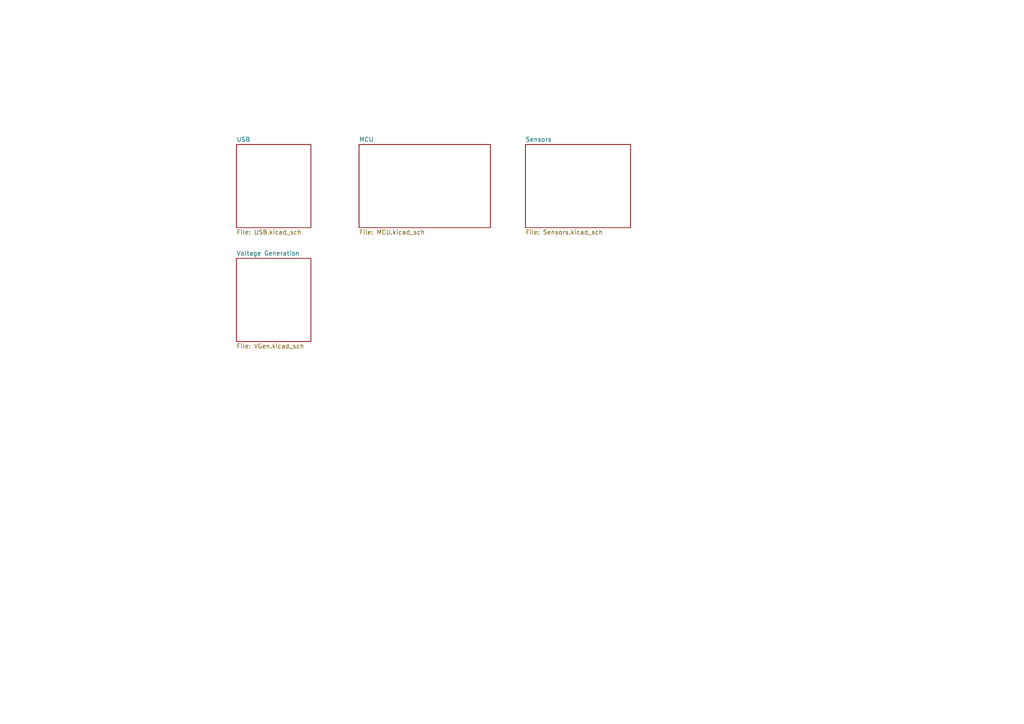
<source format=kicad_sch>
(kicad_sch (version 20211123) (generator eeschema)
  (paper "A4")
  (lib_symbols)
  (sheet (at 104.14 41.91) (size 38.1 24.13) (stroke (width 0.1524))
    (property "Sheet name" "MCU" (at 104.14 41.1984 0) (effects (justify left bottom)))
    (property "Sheet file" "MCU.kicad_sch" (at 104.14 66.6246 0) (effects (justify left top)))
  )
  (sheet (at 68.58 41.91) (size 21.59 24.13) (stroke (width 0.1524))
    (property "Sheet name" "USB" (at 68.58 41.1984 0) (effects (justify left bottom)))
    (property "Sheet file" "USB.kicad_sch" (at 68.58 66.6246 0) (effects (justify left top)))
  )
  (sheet (at 152.4 41.91) (size 30.48 24.13) (stroke (width 0.1524))
    (property "Sheet name" "Sensors" (at 152.4 41.1984 0) (effects (justify left bottom)))
    (property "Sheet file" "Sensors.kicad_sch" (at 152.4 66.6246 0) (effects (justify left top)))
  )
  (sheet (at 68.58 74.93) (size 21.59 24.13) (stroke (width 0.1524))
    (property "Sheet name" "Voltage Generation" (at 68.58 74.2184 0) (effects (justify left bottom)))
    (property "Sheet file" "VGen.kicad_sch" (at 68.58 99.6446 0) (effects (justify left top)))
  )
)
</source>
